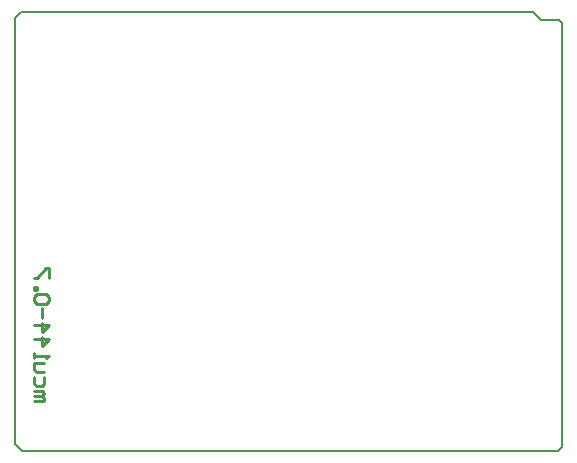
<source format=gbo>
G04*
G04 #@! TF.GenerationSoftware,Altium Limited,Altium Designer,22.1.2 (22)*
G04*
G04 Layer_Color=32896*
%FSLAX25Y25*%
%MOIN*%
G70*
G04*
G04 #@! TF.SameCoordinates,968CC010-44A4-4C46-AA22-431D8177547E*
G04*
G04*
G04 #@! TF.FilePolarity,Positive*
G04*
G01*
G75*
%ADD10C,0.00787*%
%ADD12C,0.01000*%
D10*
X181890Y143898D02*
X182773Y143015D01*
X181424Y398D02*
X182773Y1746D01*
X2634Y398D02*
X181424Y398D01*
X394Y144734D02*
X2314Y146653D01*
X394Y144734D02*
X394Y2638D01*
X182773Y143015D02*
X182773Y1746D01*
X394Y2638D02*
X2634Y398D01*
X175886Y143898D02*
X181890D01*
X173130Y146653D02*
X175886Y143898D01*
X2314Y146653D02*
X173130D01*
D12*
X6905Y17142D02*
X10054D01*
Y17929D01*
X9267Y18716D01*
X6905D01*
X9267D01*
X10054Y19503D01*
X9267Y20290D01*
X6905D01*
X10054Y25013D02*
Y22652D01*
X9267Y21865D01*
X7693D01*
X6905Y22652D01*
Y25013D01*
X10054Y26588D02*
X7693D01*
X6905Y27375D01*
Y29736D01*
X10054D01*
X6905Y31310D02*
Y32885D01*
Y32098D01*
X11628D01*
X10841Y31310D01*
X6905Y37608D02*
X11628D01*
X9267Y35246D01*
Y38395D01*
X6905Y42330D02*
X11628D01*
X9267Y39969D01*
Y43118D01*
Y44692D02*
Y47840D01*
X10841Y49415D02*
X11628Y50202D01*
Y51776D01*
X10841Y52563D01*
X7693D01*
X6905Y51776D01*
Y50202D01*
X7693Y49415D01*
X10841D01*
X6905Y54138D02*
X7693D01*
Y54925D01*
X6905D01*
Y54138D01*
X11628Y58073D02*
Y61222D01*
X10841D01*
X7693Y58073D01*
X6905D01*
M02*

</source>
